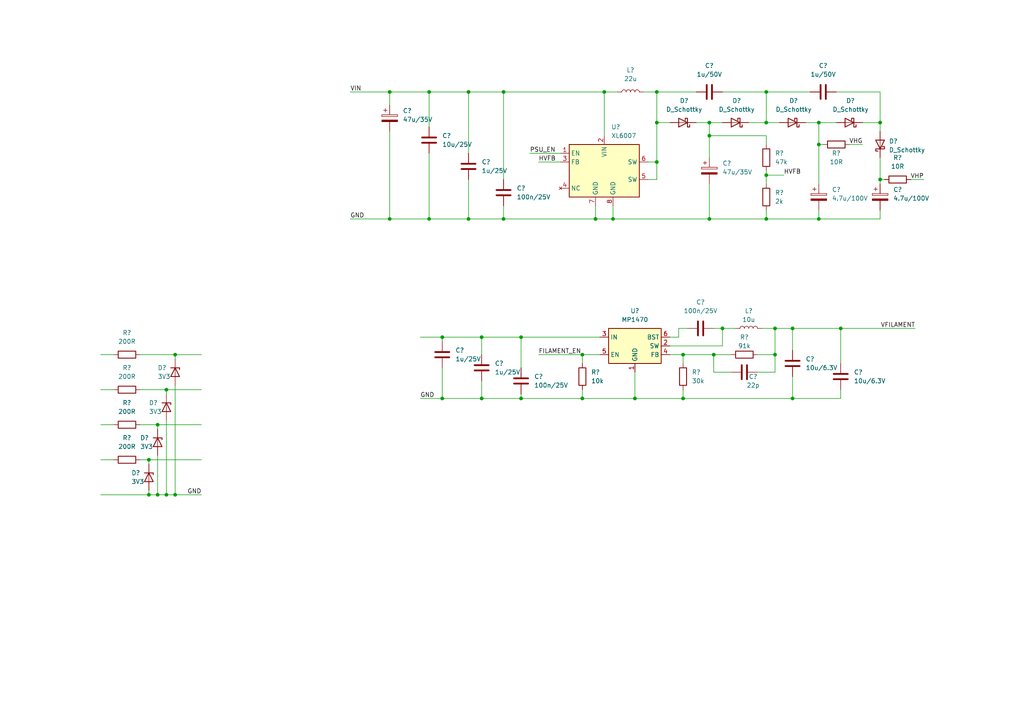
<source format=kicad_sch>
(kicad_sch (version 20211123) (generator eeschema)
  (paper "A4")
  (lib_symbols
    (symbol "Device:C" (pin_numbers hide) (pin_names (offset 0.254))
      (property "Reference" "C" (at 0.635 2.54 0))
      (property "Value" "C" (at 0.635 -2.54 0))
      (symbol "C_0_1"
        (polyline (pts (xy -2.032 -0.762) (xy 2.032 -0.762)) (stroke (width 0.508)))
        (polyline (pts (xy -2.032 0.762) (xy 2.032 0.762)) (stroke (width 0.508)))
      )
      (symbol "C_1_1"
        (pin passive line (at 0 3.81 270) (length 2.794) (name "~") (number "1"))
        (pin passive line (at 0 -3.81 90) (length 2.794) (name "~") (number "2"))
      )
    )
    (symbol "Device:C_Polarized" (pin_numbers hide) (pin_names (offset 0.254))
      (property "Reference" "C" (at 0.635 2.54 0))
      (property "Value" "C_Polarized" (at 0.635 -2.54 0))
      (symbol "C_Polarized_0_1"
        (rectangle (start -2.286 0.508) (end 2.286 1.016))
        (polyline (pts (xy -1.778 2.286) (xy -0.762 2.286)))
        (polyline (pts (xy -1.27 2.794) (xy -1.27 1.778)))
        (rectangle (start 2.286 -0.508) (end -2.286 -1.016) (fill (type outline)))
      )
      (symbol "C_Polarized_1_1"
        (pin passive line (at 0 3.81 270) (length 2.794) (name "~") (number "1"))
        (pin passive line (at 0 -3.81 90) (length 2.794) (name "~") (number "2"))
      )
    )
    (symbol "Device:D_Schottky" (pin_numbers hide) (pin_names (offset 1.016) hide)
      (property "Reference" "D" (at 0 2.54 0))
      (property "Value" "D_Schottky" (at 0 -2.54 0))
      (symbol "D_Schottky_0_1"
        (polyline (pts (xy 1.27 0) (xy -1.27 0)))
        (polyline (pts (xy 1.27 1.27) (xy 1.27 -1.27) (xy -1.27 0) (xy 1.27 1.27)) (stroke (width 0.254)))
        (polyline (pts (xy -1.905 0.635) (xy -1.905 1.27) (xy -1.27 1.27) (xy -1.27 -1.27) (xy -0.635 -1.27) (xy -0.635 -0.635)) (stroke (width 0.254)))
      )
      (symbol "D_Schottky_1_1"
        (pin passive line (at -3.81 0 0) (length 2.54) (name "K") (number "1"))
        (pin passive line (at 3.81 0 180) (length 2.54) (name "A") (number "2"))
      )
    )
    (symbol "Device:D_Zener" (pin_numbers hide) (pin_names (offset 1.016) hide)
      (property "Reference" "D" (at 0 2.54 0))
      (property "Value" "D_Zener" (at 0 -2.54 0))
      (symbol "D_Zener_0_1"
        (polyline (pts (xy 1.27 0) (xy -1.27 0)))
        (polyline (pts (xy -1.27 -1.27) (xy -1.27 1.27) (xy -0.762 1.27)) (stroke (width 0.254)))
        (polyline (pts (xy 1.27 -1.27) (xy 1.27 1.27) (xy -1.27 0) (xy 1.27 -1.27)) (stroke (width 0.254)))
      )
      (symbol "D_Zener_1_1"
        (pin passive line (at -3.81 0 0) (length 2.54) (name "K") (number "1"))
        (pin passive line (at 3.81 0 180) (length 2.54) (name "A") (number "2"))
      )
    )
    (symbol "Device:L" (pin_numbers hide) (pin_names (offset 1.016) hide)
      (property "Reference" "L" (at -1.27 0 90))
      (property "Value" "L" (at 1.905 0 90))
      (symbol "L_0_1"
        (arc (start 0 -2.54) (mid 0.635 -1.905) (end 0 -1.27))
        (arc (start 0 -1.27) (mid 0.635 -0.635) (end 0 0))
        (arc (start 0 0) (mid 0.635 0.635) (end 0 1.27))
        (arc (start 0 1.27) (mid 0.635 1.905) (end 0 2.54))
      )
      (symbol "L_1_1"
        (pin passive line (at 0 3.81 270) (length 1.27) (name "1") (number "1"))
        (pin passive line (at 0 -3.81 90) (length 1.27) (name "2") (number "2"))
      )
    )
    (symbol "Device:R" (pin_numbers hide) (pin_names (offset 0))
      (property "Reference" "R" (at 2.032 0 90))
      (property "Value" "R" (at 0 0 90))
      (symbol "R_0_1"
        (rectangle (start -1.016 -2.54) (end 1.016 2.54) (stroke (width 0.254)))
      )
      (symbol "R_1_1"
        (pin passive line (at 0 3.81 270) (length 1.27) (name "~") (number "1"))
        (pin passive line (at 0 -3.81 90) (length 1.27) (name "~") (number "2"))
      )
    )
    (symbol "Regulator_Switching:MP1470"
      (property "Reference" "U" (at -6.35 6.35 0))
      (property "Value" "MP1470" (at 3.81 6.35 0))
      (symbol "MP1470_0_1"
        (rectangle (start -7.62 5.08) (end 7.62 -5.08) (stroke (width 0.254)) (fill (type background)))
      )
      (symbol "MP1470_1_1"
        (pin power_in line (at 0 -7.62 90) (length 2.54) (name "GND") (number "1"))
        (pin power_out line (at 10.16 0 180) (length 2.54) (name "SW") (number "2"))
        (pin power_in line (at -10.16 2.54 0) (length 2.54) (name "IN") (number "3"))
        (pin input line (at 10.16 -2.54 180) (length 2.54) (name "FB") (number "4"))
        (pin input line (at -10.16 -2.54 0) (length 2.54) (name "EN") (number "5"))
        (pin passive line (at 10.16 2.54 180) (length 2.54) (name "BST") (number "6"))
      )
    )
    (symbol "VFDDriver:XL6007"
      (property "Reference" "U" (at 3.81 11.43 0))
      (property "Value" "XL6007" (at 3.81 8.89 0))
      (symbol "XL6007_0_1"
        (rectangle (start -10.16 -7.62) (end 10.16 7.62) (stroke (width 0.254)) (fill (type background)))
      )
      (symbol "XL6007_1_1"
        (pin passive line (at -12.7 5.08 0) (length 2.54) (name "EN") (number "1"))
        (pin power_in line (at 0 10.16 270) (length 2.54) (name "VIN") (number "2"))
        (pin input line (at -12.7 2.54 0) (length 2.54) (name "FB") (number "3"))
        (pin no_connect line (at -12.7 -5.08 0) (length 2.54) (name "NC") (number "4"))
        (pin output line (at 12.7 -2.54 180) (length 2.54) (name "SW") (number "5"))
        (pin output line (at 12.7 2.54 180) (length 2.54) (name "SW") (number "6"))
        (pin power_in line (at -2.54 -10.16 90) (length 2.54) (name "GND") (number "7"))
        (pin power_out line (at 2.54 -10.16 90) (length 2.54) (name "GND") (number "8"))
      )
    )
  )
  (junction (at 50.8 102.87))
  (junction (at 139.7 115.57))
  (junction (at 48.26 113.03))
  (junction (at 205.74 63.5))
  (junction (at 177.8 63.5))
  (junction (at 222.25 35.56))
  (junction (at 224.79 102.87))
  (junction (at 135.89 63.5))
  (junction (at 229.87 115.57))
  (junction (at 172.72 63.5))
  (junction (at 222.25 63.5))
  (junction (at 151.13 115.57))
  (junction (at 198.12 102.87))
  (junction (at 146.05 63.5))
  (junction (at 113.03 26.67))
  (junction (at 229.87 95.25))
  (junction (at 168.91 115.57))
  (junction (at 128.27 97.79))
  (junction (at 124.46 26.67))
  (junction (at 224.79 95.25))
  (junction (at 146.05 26.67))
  (junction (at 209.55 95.25))
  (junction (at 237.49 63.5))
  (junction (at 168.91 102.87))
  (junction (at 124.46 63.5))
  (junction (at 128.27 115.57))
  (junction (at 184.15 115.57))
  (junction (at 190.5 26.67))
  (junction (at 237.49 35.56))
  (junction (at 139.7 97.79))
  (junction (at 43.18 143.51))
  (junction (at 237.49 41.91))
  (junction (at 48.26 143.51))
  (junction (at 45.72 123.19))
  (junction (at 255.27 35.56))
  (junction (at 135.89 26.67))
  (junction (at 175.26 26.67))
  (junction (at 113.03 63.5))
  (junction (at 45.72 143.51))
  (junction (at 151.13 97.79))
  (junction (at 50.8 143.51))
  (junction (at 198.12 115.57))
  (junction (at 43.18 133.35))
  (junction (at 222.25 26.67))
  (junction (at 255.27 52.07))
  (junction (at 205.74 39.37))
  (junction (at 190.5 35.56))
  (junction (at 205.74 35.56))
  (junction (at 222.25 50.8))
  (junction (at 207.01 102.87))
  (junction (at 190.5 46.99))
  (junction (at 243.84 95.25))
  (wire (pts (xy 187.96 52.07) (xy 190.5 52.07)))
  (wire (pts (xy 168.91 102.87) (xy 168.91 105.41)))
  (wire (pts (xy 146.05 63.5) (xy 172.72 63.5)))
  (wire (pts (xy 190.5 26.67) (xy 201.93 26.67)))
  (wire (pts (xy 156.21 46.99) (xy 162.56 46.99)))
  (wire (pts (xy 101.6 63.5) (xy 113.03 63.5)))
  (wire (pts (xy 205.74 63.5) (xy 205.74 53.34)))
  (wire (pts (xy 128.27 115.57) (xy 139.7 115.57)))
  (wire (pts (xy 243.84 95.25) (xy 265.43 95.25)))
  (wire (pts (xy 175.26 26.67) (xy 179.07 26.67)))
  (wire (pts (xy 135.89 26.67) (xy 146.05 26.67)))
  (wire (pts (xy 255.27 60.96) (xy 255.27 63.5)))
  (wire (pts (xy 177.8 59.69) (xy 177.8 63.5)))
  (wire (pts (xy 113.03 26.67) (xy 124.46 26.67)))
  (wire (pts (xy 205.74 35.56) (xy 205.74 39.37)))
  (wire (pts (xy 190.5 35.56) (xy 190.5 46.99)))
  (wire (pts (xy 29.21 133.35) (xy 33.02 133.35)))
  (wire (pts (xy 50.8 102.87) (xy 50.8 104.14)))
  (wire (pts (xy 255.27 52.07) (xy 256.54 52.07)))
  (wire (pts (xy 50.8 143.51) (xy 48.26 143.51)))
  (wire (pts (xy 113.03 26.67) (xy 113.03 30.48)))
  (wire (pts (xy 250.19 35.56) (xy 255.27 35.56)))
  (wire (pts (xy 205.74 39.37) (xy 222.25 39.37)))
  (wire (pts (xy 186.69 26.67) (xy 190.5 26.67)))
  (wire (pts (xy 217.17 35.56) (xy 222.25 35.56)))
  (wire (pts (xy 246.38 41.91) (xy 250.19 41.91)))
  (wire (pts (xy 194.31 102.87) (xy 198.12 102.87)))
  (wire (pts (xy 45.72 123.19) (xy 58.42 123.19)))
  (wire (pts (xy 29.21 143.51) (xy 43.18 143.51)))
  (wire (pts (xy 113.03 63.5) (xy 124.46 63.5)))
  (wire (pts (xy 124.46 26.67) (xy 135.89 26.67)))
  (wire (pts (xy 229.87 95.25) (xy 243.84 95.25)))
  (wire (pts (xy 207.01 95.25) (xy 209.55 95.25)))
  (wire (pts (xy 168.91 115.57) (xy 184.15 115.57)))
  (wire (pts (xy 219.71 107.95) (xy 224.79 107.95)))
  (wire (pts (xy 205.74 35.56) (xy 209.55 35.56)))
  (wire (pts (xy 45.72 132.08) (xy 45.72 143.51)))
  (wire (pts (xy 177.8 63.5) (xy 205.74 63.5)))
  (wire (pts (xy 184.15 115.57) (xy 198.12 115.57)))
  (wire (pts (xy 187.96 46.99) (xy 190.5 46.99)))
  (wire (pts (xy 237.49 63.5) (xy 255.27 63.5)))
  (wire (pts (xy 48.26 113.03) (xy 48.26 114.3)))
  (wire (pts (xy 255.27 26.67) (xy 255.27 35.56)))
  (wire (pts (xy 48.26 121.92) (xy 48.26 143.51)))
  (wire (pts (xy 237.49 60.96) (xy 237.49 63.5)))
  (wire (pts (xy 224.79 107.95) (xy 224.79 102.87)))
  (wire (pts (xy 264.16 52.07) (xy 267.97 52.07)))
  (wire (pts (xy 113.03 38.1) (xy 113.03 63.5)))
  (wire (pts (xy 198.12 102.87) (xy 198.12 105.41)))
  (wire (pts (xy 224.79 95.25) (xy 229.87 95.25)))
  (wire (pts (xy 255.27 52.07) (xy 255.27 53.34)))
  (wire (pts (xy 172.72 59.69) (xy 172.72 63.5)))
  (wire (pts (xy 101.6 26.67) (xy 113.03 26.67)))
  (wire (pts (xy 243.84 95.25) (xy 243.84 105.41)))
  (wire (pts (xy 233.68 35.56) (xy 237.49 35.56)))
  (wire (pts (xy 50.8 143.51) (xy 58.42 143.51)))
  (wire (pts (xy 184.15 107.95) (xy 184.15 115.57)))
  (wire (pts (xy 207.01 102.87) (xy 212.09 102.87)))
  (wire (pts (xy 40.64 102.87) (xy 50.8 102.87)))
  (wire (pts (xy 50.8 111.76) (xy 50.8 143.51)))
  (wire (pts (xy 255.27 45.72) (xy 255.27 52.07)))
  (wire (pts (xy 146.05 59.69) (xy 146.05 63.5)))
  (wire (pts (xy 209.55 95.25) (xy 213.36 95.25)))
  (wire (pts (xy 151.13 97.79) (xy 173.99 97.79)))
  (wire (pts (xy 172.72 63.5) (xy 177.8 63.5)))
  (wire (pts (xy 168.91 113.03) (xy 168.91 115.57)))
  (wire (pts (xy 151.13 114.3) (xy 151.13 115.57)))
  (wire (pts (xy 207.01 107.95) (xy 212.09 107.95)))
  (wire (pts (xy 237.49 41.91) (xy 238.76 41.91)))
  (wire (pts (xy 242.57 26.67) (xy 255.27 26.67)))
  (wire (pts (xy 198.12 113.03) (xy 198.12 115.57)))
  (wire (pts (xy 121.92 115.57) (xy 128.27 115.57)))
  (wire (pts (xy 243.84 113.03) (xy 243.84 115.57)))
  (wire (pts (xy 205.74 39.37) (xy 205.74 45.72)))
  (wire (pts (xy 29.21 113.03) (xy 33.02 113.03)))
  (wire (pts (xy 124.46 63.5) (xy 135.89 63.5)))
  (wire (pts (xy 175.26 26.67) (xy 175.26 39.37)))
  (wire (pts (xy 222.25 60.96) (xy 222.25 63.5)))
  (wire (pts (xy 45.72 143.51) (xy 43.18 143.51)))
  (wire (pts (xy 151.13 115.57) (xy 168.91 115.57)))
  (wire (pts (xy 29.21 123.19) (xy 33.02 123.19)))
  (wire (pts (xy 139.7 97.79) (xy 151.13 97.79)))
  (wire (pts (xy 222.25 26.67) (xy 234.95 26.67)))
  (wire (pts (xy 153.67 44.45) (xy 162.56 44.45)))
  (wire (pts (xy 45.72 123.19) (xy 45.72 124.46)))
  (wire (pts (xy 205.74 63.5) (xy 222.25 63.5)))
  (wire (pts (xy 209.55 95.25) (xy 209.55 100.33)))
  (wire (pts (xy 201.93 35.56) (xy 205.74 35.56)))
  (wire (pts (xy 146.05 26.67) (xy 146.05 52.07)))
  (wire (pts (xy 237.49 41.91) (xy 237.49 53.34)))
  (wire (pts (xy 229.87 109.22) (xy 229.87 115.57)))
  (wire (pts (xy 222.25 50.8) (xy 222.25 53.34)))
  (wire (pts (xy 196.85 97.79) (xy 196.85 95.25)))
  (wire (pts (xy 43.18 142.24) (xy 43.18 143.51)))
  (wire (pts (xy 121.92 97.79) (xy 128.27 97.79)))
  (wire (pts (xy 124.46 26.67) (xy 124.46 36.83)))
  (wire (pts (xy 124.46 44.45) (xy 124.46 63.5)))
  (wire (pts (xy 237.49 35.56) (xy 237.49 41.91)))
  (wire (pts (xy 224.79 95.25) (xy 224.79 102.87)))
  (wire (pts (xy 151.13 97.79) (xy 151.13 106.68)))
  (wire (pts (xy 220.98 95.25) (xy 224.79 95.25)))
  (wire (pts (xy 207.01 102.87) (xy 207.01 107.95)))
  (wire (pts (xy 128.27 97.79) (xy 139.7 97.79)))
  (wire (pts (xy 219.71 102.87) (xy 224.79 102.87)))
  (wire (pts (xy 222.25 41.91) (xy 222.25 39.37)))
  (wire (pts (xy 146.05 26.67) (xy 175.26 26.67)))
  (wire (pts (xy 198.12 115.57) (xy 229.87 115.57)))
  (wire (pts (xy 190.5 52.07) (xy 190.5 46.99)))
  (wire (pts (xy 43.18 133.35) (xy 43.18 134.62)))
  (wire (pts (xy 222.25 50.8) (xy 227.33 50.8)))
  (wire (pts (xy 128.27 97.79) (xy 128.27 99.06)))
  (wire (pts (xy 139.7 115.57) (xy 151.13 115.57)))
  (wire (pts (xy 237.49 35.56) (xy 242.57 35.56)))
  (wire (pts (xy 222.25 63.5) (xy 237.49 63.5)))
  (wire (pts (xy 196.85 95.25) (xy 199.39 95.25)))
  (wire (pts (xy 48.26 143.51) (xy 45.72 143.51)))
  (wire (pts (xy 222.25 26.67) (xy 222.25 35.56)))
  (wire (pts (xy 194.31 97.79) (xy 196.85 97.79)))
  (wire (pts (xy 209.55 26.67) (xy 222.25 26.67)))
  (wire (pts (xy 229.87 95.25) (xy 229.87 101.6)))
  (wire (pts (xy 40.64 113.03) (xy 48.26 113.03)))
  (wire (pts (xy 198.12 102.87) (xy 207.01 102.87)))
  (wire (pts (xy 43.18 133.35) (xy 58.42 133.35)))
  (wire (pts (xy 135.89 26.67) (xy 135.89 44.45)))
  (wire (pts (xy 229.87 115.57) (xy 243.84 115.57)))
  (wire (pts (xy 40.64 133.35) (xy 43.18 133.35)))
  (wire (pts (xy 190.5 35.56) (xy 194.31 35.56)))
  (wire (pts (xy 29.21 102.87) (xy 33.02 102.87)))
  (wire (pts (xy 156.21 102.87) (xy 168.91 102.87)))
  (wire (pts (xy 135.89 63.5) (xy 146.05 63.5)))
  (wire (pts (xy 128.27 106.68) (xy 128.27 115.57)))
  (wire (pts (xy 222.25 35.56) (xy 226.06 35.56)))
  (wire (pts (xy 173.99 102.87) (xy 168.91 102.87)))
  (wire (pts (xy 135.89 52.07) (xy 135.89 63.5)))
  (wire (pts (xy 190.5 35.56) (xy 190.5 26.67)))
  (wire (pts (xy 48.26 113.03) (xy 58.42 113.03)))
  (wire (pts (xy 139.7 97.79) (xy 139.7 102.87)))
  (wire (pts (xy 222.25 49.53) (xy 222.25 50.8)))
  (wire (pts (xy 255.27 35.56) (xy 255.27 38.1)))
  (wire (pts (xy 40.64 123.19) (xy 45.72 123.19)))
  (wire (pts (xy 194.31 100.33) (xy 209.55 100.33)))
  (wire (pts (xy 139.7 110.49) (xy 139.7 115.57)))
  (wire (pts (xy 50.8 102.87) (xy 58.42 102.87)))
  (label "HVFB" (at 156.21 46.99 0))
  (label "VHP" (at 267.97 52.07 180))
  (label "VFILAMENT" (at 265.43 95.25 180))
  (label "VHG" (at 250.19 41.91 180))
  (label "PSU_EN" (at 153.67 44.45 0))
  (label "GND" (at 101.6 63.5 0))
  (label "HVFB" (at 227.33 50.8 0))
  (label "GND" (at 121.92 115.57 0))
  (label "GND" (at 58.42 143.51 180))
  (label "VIN" (at 101.6 26.67 0))
  (label "FILAMENT_EN" (at 156.21 102.87 0))
  (symbol (lib_id "Device:C_Polarized") (at 255.27 57.15 0) (unit 1)
    (property "Reference" "C?" (at 259.08 54.9909 0) (effects (justify left)))
    (property "Value" "4.7u/100V" (at 259.08 57.5309 0) (effects (justify left)))
  )
  (symbol (lib_id "Device:C_Polarized") (at 113.03 34.29 0) (unit 1)
    (property "Reference" "C?" (at 116.84 32.1309 0) (effects (justify left)))
    (property "Value" "47u/35V" (at 116.84 34.6709 0) (effects (justify left)))
  )
  (symbol (lib_id "Device:C_Polarized") (at 205.74 49.53 0) (unit 1)
    (property "Reference" "C?" (at 209.55 47.3709 0) (effects (justify left)))
    (property "Value" "47u/35V" (at 209.55 49.9109 0) (effects (justify left)))
  )
  (symbol (lib_id "Device:C") (at 146.05 55.88 0) (unit 1)
    (property "Reference" "C?" (at 149.86 54.6099 0) (effects (justify left)))
    (property "Value" "100n/25V" (at 149.86 57.1499 0) (effects (justify left)))
  )
  (symbol (lib_id "Device:C") (at 205.74 26.67 90) (unit 1)
    (property "Reference" "C?" (at 205.74 19.05 90))
    (property "Value" "1u/50V" (at 205.74 21.59 90))
  )
  (symbol (lib_id "Device:C_Polarized") (at 237.49 57.15 0) (unit 1)
    (property "Reference" "C?" (at 241.3 54.9909 0) (effects (justify left)))
    (property "Value" "4.7u/100V" (at 241.3 57.5309 0) (effects (justify left)))
  )
  (symbol (lib_id "Device:R") (at 36.83 113.03 90) (unit 1)
    (property "Reference" "R?" (at 36.83 106.68 90))
    (property "Value" "200R" (at 36.83 109.22 90))
  )
  (symbol (lib_id "Device:L") (at 182.88 26.67 90) (unit 1)
    (property "Reference" "L?" (at 182.88 20.32 90))
    (property "Value" "22u" (at 182.88 22.86 90))
  )
  (symbol (lib_id "Device:D_Schottky") (at 213.36 35.56 180) (unit 1)
    (property "Reference" "D?" (at 213.6775 29.21 0))
    (property "Value" "D_Schottky" (at 213.6775 31.75 0))
  )
  (symbol (lib_id "Device:R") (at 222.25 45.72 0) (unit 1)
    (property "Reference" "R?" (at 224.79 44.4499 0) (effects (justify left)))
    (property "Value" "47k" (at 224.79 46.9899 0) (effects (justify left)))
  )
  (symbol (lib_id "Device:C") (at 243.84 109.22 0) (unit 1)
    (property "Reference" "C?" (at 247.65 107.9499 0) (effects (justify left)))
    (property "Value" "10u/6.3V" (at 247.65 110.4899 0) (effects (justify left)))
  )
  (symbol (lib_id "Device:L") (at 217.17 95.25 90) (unit 1)
    (property "Reference" "L?" (at 217.17 90.17 90))
    (property "Value" "10u" (at 217.17 92.71 90))
  )
  (symbol (lib_id "Device:D_Schottky") (at 229.87 35.56 180) (unit 1)
    (property "Reference" "D?" (at 230.1875 29.21 0))
    (property "Value" "D_Schottky" (at 230.1875 31.75 0))
  )
  (symbol (lib_id "Device:R") (at 260.35 52.07 90) (unit 1)
    (property "Reference" "R?" (at 260.35 45.72 90))
    (property "Value" "10R" (at 260.35 48.26 90))
  )
  (symbol (lib_id "Device:R") (at 215.9 102.87 270) (unit 1)
    (property "Reference" "R?" (at 215.9 97.79 90))
    (property "Value" "91k" (at 215.9 100.33 90))
  )
  (symbol (lib_id "Device:D_Zener") (at 43.18 138.43 270) (unit 1)
    (property "Reference" "D?" (at 38.1 137.16 90) (effects (justify left)))
    (property "Value" "3V3" (at 38.1 139.7 90) (effects (justify left)))
  )
  (symbol (lib_id "Device:C") (at 128.27 102.87 0) (unit 1)
    (property "Reference" "C?" (at 132.08 101.5999 0) (effects (justify left)))
    (property "Value" "1u/25V" (at 132.08 104.1399 0) (effects (justify left)))
  )
  (symbol (lib_id "Device:R") (at 222.25 57.15 0) (unit 1)
    (property "Reference" "R?" (at 224.79 55.8799 0) (effects (justify left)))
    (property "Value" "2k" (at 224.79 58.4199 0) (effects (justify left)))
  )
  (symbol (lib_id "Device:C") (at 203.2 95.25 270) (unit 1)
    (property "Reference" "C?" (at 203.2 87.63 90))
    (property "Value" "100n/25V" (at 203.2 90.17 90))
  )
  (symbol (lib_id "Device:C") (at 135.89 48.26 0) (unit 1)
    (property "Reference" "C?" (at 139.7 46.9899 0) (effects (justify left)))
    (property "Value" "1u/25V" (at 139.7 49.5299 0) (effects (justify left)))
  )
  (symbol (lib_id "Device:R") (at 242.57 41.91 90) (unit 1)
    (property "Reference" "R?" (at 242.57 44.45 90))
    (property "Value" "10R" (at 242.57 46.99 90))
  )
  (symbol (lib_id "Device:D_Schottky") (at 255.27 41.91 90) (unit 1)
    (property "Reference" "D?" (at 257.81 40.9574 90) (effects (justify right)))
    (property "Value" "D_Schottky" (at 257.81 43.4974 90) (effects (justify right)))
  )
  (symbol (lib_id "Device:R") (at 36.83 133.35 90) (unit 1)
    (property "Reference" "R?" (at 36.83 127 90))
    (property "Value" "200R" (at 36.83 129.54 90))
  )
  (symbol (lib_id "VFDDriver:XL6007") (at 175.26 49.53 0) (unit 1)
    (property "Reference" "U?" (at 177.2794 36.83 0) (effects (justify left)))
    (property "Value" "XL6007" (at 177.2794 39.37 0) (effects (justify left)))
    (property "Footprint" "Package_SO:SOIC-8_3.9x4.9mm_P1.27mm" (effects hide))
    (property "Datasheet" "http://www.ti.com/lit/ds/symlink/uc3842.pdf" (effects hide))
  )
  (symbol (lib_id "Device:D_Zener") (at 48.26 118.11 270) (unit 1)
    (property "Reference" "D?" (at 43.18 116.84 90) (effects (justify left)))
    (property "Value" "3V3" (at 43.18 119.38 90) (effects (justify left)))
  )
  (symbol (lib_id "Device:D_Zener") (at 50.8 107.95 270) (unit 1)
    (property "Reference" "D?" (at 45.72 106.68 90) (effects (justify left)))
    (property "Value" "3V3" (at 45.72 109.22 90) (effects (justify left)))
  )
  (symbol (lib_id "Device:R") (at 198.12 109.22 0) (unit 1)
    (property "Reference" "R?" (at 200.66 107.9499 0) (effects (justify left)))
    (property "Value" "30k" (at 200.66 110.4899 0) (effects (justify left)))
  )
  (symbol (lib_id "Device:C") (at 238.76 26.67 90) (unit 1)
    (property "Reference" "C?" (at 238.76 19.05 90))
    (property "Value" "1u/50V" (at 238.76 21.59 90))
  )
  (symbol (lib_id "Device:C") (at 229.87 105.41 0) (unit 1)
    (property "Reference" "C?" (at 233.68 104.1399 0) (effects (justify left)))
    (property "Value" "10u/6.3V" (at 233.68 106.6799 0) (effects (justify left)))
  )
  (symbol (lib_id "Device:R") (at 168.91 109.22 0) (unit 1)
    (property "Reference" "R?" (at 171.45 107.9499 0) (effects (justify left)))
    (property "Value" "10k" (at 171.45 110.4899 0) (effects (justify left)))
  )
  (symbol (lib_id "Device:C") (at 215.9 107.95 90) (unit 1)
    (property "Reference" "C?" (at 218.44 109.22 90))
    (property "Value" "22p" (at 218.44 111.76 90))
  )
  (symbol (lib_id "Device:C") (at 139.7 106.68 0) (unit 1)
    (property "Reference" "C?" (at 143.51 105.4099 0) (effects (justify left)))
    (property "Value" "1u/25V" (at 143.51 107.9499 0) (effects (justify left)))
  )
  (symbol (lib_id "Device:C") (at 124.46 40.64 0) (unit 1)
    (property "Reference" "C?" (at 128.27 39.3699 0) (effects (justify left)))
    (property "Value" "10u/25V" (at 128.27 41.9099 0) (effects (justify left)))
  )
  (symbol (lib_id "Device:D_Zener") (at 45.72 128.27 270) (unit 1)
    (property "Reference" "D?" (at 40.64 127 90) (effects (justify left)))
    (property "Value" "3V3" (at 40.64 129.54 90) (effects (justify left)))
  )
  (symbol (lib_id "Device:D_Schottky") (at 246.38 35.56 180) (unit 1)
    (property "Reference" "D?" (at 246.6975 29.21 0))
    (property "Value" "D_Schottky" (at 246.6975 31.75 0))
  )
  (symbol (lib_id "Device:D_Schottky") (at 198.12 35.56 180) (unit 1)
    (property "Reference" "D?" (at 198.4375 29.21 0))
    (property "Value" "D_Schottky" (at 198.4375 31.75 0))
  )
  (symbol (lib_id "Regulator_Switching:MP1470") (at 184.15 100.33 0) (unit 1)
    (property "Reference" "U?" (at 184.15 90.17 0))
    (property "Value" "MP1470" (at 184.15 92.71 0))
    (property "Footprint" "Package_TO_SOT_SMD:TSOT-23-6" (effects hide))
    (property "Datasheet" "https://www.monolithicpower.com/pub/media/document/MP1470_r1.02.pdf" (effects hide))
  )
  (symbol (lib_id "Device:C") (at 151.13 110.49 0) (unit 1)
    (property "Reference" "C?" (at 154.94 109.2199 0) (effects (justify left)))
    (property "Value" "100n/25V" (at 154.94 111.7599 0) (effects (justify left)))
  )
  (symbol (lib_id "Device:R") (at 36.83 102.87 90) (unit 1)
    (property "Reference" "R?" (at 36.83 96.52 90))
    (property "Value" "200R" (at 36.83 99.06 90))
  )
  (symbol (lib_id "Device:R") (at 36.83 123.19 90) (unit 1)
    (property "Reference" "R?" (at 36.83 116.84 90))
    (property "Value" "200R" (at 36.83 119.38 90))
  )
)
</source>
